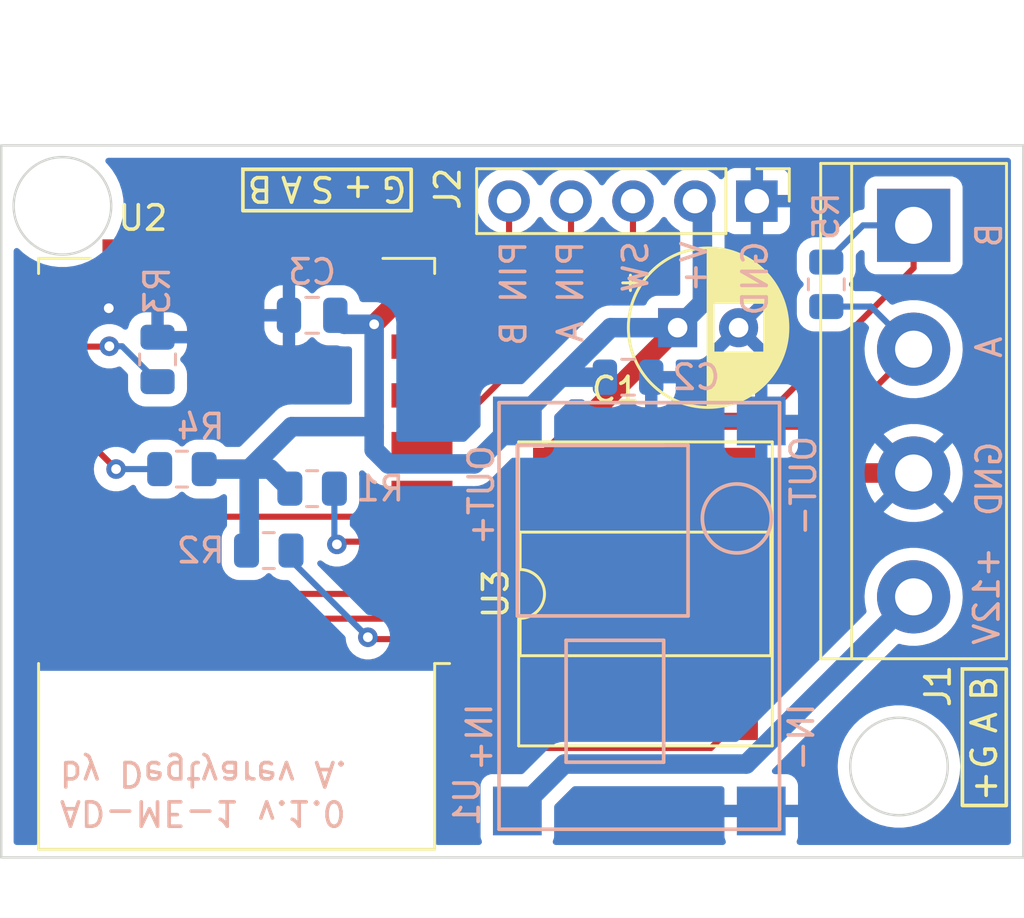
<source format=kicad_pcb>
(kicad_pcb (version 20211014) (generator pcbnew)
  (layers (0 "F.Cu" signal) (31 "B.Cu" signal) (34 "B.Paste" user) (35 "F.Paste" user) (36 "B.SilkS" user "B.Silkscreen") (37 "F.SilkS" user "F.Silkscreen") (38 "B.Mask" user) (39 "F.Mask" user) (44 "Edge.Cuts" user))
  (net 0 "")
  (net 1 "+3.3V")
  (net 2 "GND")
  (net 3 "+12V")
  (net 4 "/RS485_A")
  (net 5 "/RS485_B")
  (net 6 "/Encoder_SW")
  (net 7 "/Encoder_Pin_A")
  (net 8 "/Encoder_Pin_B")
  (net 18 "/ESP_FLOW_CONTROL")
  (net 20 "/ESP_RX")
  (net 21 "/ESP_TX")
  (net 22 "Net-(R1-Pad2)")
  (net 23 "Net-(R2-Pad2)")
  (net 24 "Net-(R3-Pad1)")
  (net 25 "Net-(R4-Pad2)")
  (footprint "Capacitor_THT:CP_Radial_D6.3mm_P2.50mm" (layer "F.Cu") (at 125.524 116.698)
    (fp_text reference "C1" (at -2.54 2.54) (layer "F.SilkS"))
    (fp_text value "470mF")
    (fp_line (start 2.371 -3.033) (end 2.371 -1.04) (layer "F.SilkS") (width 0.12))
    (fp_line (start 2.331 1.04) (end 2.331 3.047) (layer "F.SilkS") (width 0.12))
    (fp_line (start 2.411 1.04) (end 2.411 3.018) (layer "F.SilkS") (width 0.12))
    (fp_line (start 1.85 -3.175) (end 1.85 -1.04) (layer "F.SilkS") (width 0.12))
    (fp_line (start 2.691 -2.896) (end 2.691 -1.04) (layer "F.SilkS") (width 0.12))
    (fp_line (start 3.451 -2.38) (end 3.451 -1.04) (layer "F.SilkS") (width 0.12))
    (fp_line (start 1.93 -3.159) (end 1.93 -1.04) (layer "F.SilkS") (width 0.12))
    (fp_line (start 3.331 -2.484) (end 3.331 -1.04) (layer "F.SilkS") (width 0.12))
    (fp_line (start 2.531 1.04) (end 2.531 2.97) (layer "F.SilkS") (width 0.12))
    (fp_line (start 2.731 1.04) (end 2.731 2.876) (layer "F.SilkS") (width 0.12))
    (fp_line (start 2.611 1.04) (end 2.611 2.934) (layer "F.SilkS") (width 0.12))
    (fp_line (start 3.411 1.04) (end 3.411 2.416) (layer "F.SilkS") (width 0.12))
    (fp_line (start 3.091 1.04) (end 3.091 2.664) (layer "F.SilkS") (width 0.12))
    (fp_line (start 3.131 1.04) (end 3.131 2.636) (layer "F.SilkS") (width 0.12))
    (fp_line (start 3.691 -2.137) (end 3.691 2.137) (layer "F.SilkS") (width 0.12))
    (fp_line (start 1.57 1.04) (end 1.57 3.215) (layer "F.SilkS") (width 0.12))
    (fp_line (start 2.491 1.04) (end 2.491 2.986) (layer "F.SilkS") (width 0.12))
    (fp_line (start 3.091 -2.664) (end 3.091 -1.04) (layer "F.SilkS") (width 0.12))
    (fp_line (start 1.33 -3.23) (end 1.33 3.23) (layer "F.SilkS") (width 0.12))
    (fp_line (start -2.250241 -1.839) (end -1.620241 -1.839) (layer "F.SilkS") (width 0.12))
    (fp_line (start 2.891 1.04) (end 2.891 2.79) (layer "F.SilkS") (width 0.12))
    (fp_line (start 2.291 1.04) (end 2.291 3.061) (layer "F.SilkS") (width 0.12))
    (fp_line (start 2.771 -2.856) (end 2.771 -1.04) (layer "F.SilkS") (width 0.12))
    (fp_line (start 3.051 -2.69) (end 3.051 -1.04) (layer "F.SilkS") (width 0.12))
    (fp_line (start 2.571 1.04) (end 2.571 2.952) (layer "F.SilkS") (width 0.12))
    (fp_line (start 1.61 -3.211) (end 1.61 -1.04) (layer "F.SilkS") (width 0.12))
    (fp_line (start 1.77 -3.189) (end 1.77 -1.04) (layer "F.SilkS") (width 0.12))
    (fp_line (start 1.53 1.04) (end 1.53 3.218) (layer "F.SilkS") (width 0.12))
    (fp_line (start 4.091 -1.581) (end 4.091 1.581) (layer "F.SilkS") (width 0.12))
    (fp_line (start 2.011 -3.141) (end 2.011 -1.04) (layer "F.SilkS") (width 0.12))
    (fp_line (start 2.971 -2.742) (end 2.971 -1.04) (layer "F.SilkS") (width 0.12))
    (fp_line (start 2.211 -3.086) (end 2.211 -1.04) (layer "F.SilkS") (width 0.12))
    (fp_line (start 1.971 1.04) (end 1.971 3.15) (layer "F.SilkS") (width 0.12))
    (fp_line (start 2.971 1.04) (end 2.971 2.742) (layer "F.SilkS") (width 0.12))
    (fp_line (start 3.011 1.04) (end 3.011 2.716) (layer "F.SilkS") (width 0.12))
    (fp_line (start 2.131 1.04) (end 2.131 3.11) (layer "F.SilkS") (width 0.12))
    (fp_line (start 4.331 -1.059) (end 4.331 1.059) (layer "F.SilkS") (width 0.12))
    (fp_line (start 2.571 -2.952) (end 2.571 -1.04) (layer "F.SilkS") (width 0.12))
    (fp_line (start 3.171 1.04) (end 3.171 2.607) (layer "F.SilkS") (width 0.12))
    (fp_line (start 3.731 -2.092) (end 3.731 2.092) (layer "F.SilkS") (width 0.12))
    (fp_line (start 1.29 -3.23) (end 1.29 3.23) (layer "F.SilkS") (width 0.12))
    (fp_line (start 2.811 1.04) (end 2.811 2.834) (layer "F.SilkS") (width 0.12))
    (fp_line (start 2.011 1.04) (end 2.011 3.141) (layer "F.SilkS") (width 0.12))
    (fp_line (start 2.171 -3.098) (end 2.171 -1.04) (layer "F.SilkS") (width 0.12))
    (fp_line (start 2.451 -3.002) (end 2.451 -1.04) (layer "F.SilkS") (width 0.12))
    (fp_line (start 2.931 -2.766) (end 2.931 -1.04) (layer "F.SilkS") (width 0.12))
    (fp_line (start 3.371 1.04) (end 3.371 2.45) (layer "F.SilkS") (width 0.12))
    (fp_line (start 2.211 1.04) (end 2.211 3.086) (layer "F.SilkS") (width 0.12))
    (fp_line (start 3.371 -2.45) (end 3.371 -1.04) (layer "F.SilkS") (width 0.12))
    (fp_line (start 3.011 -2.716) (end 3.011 -1.04) (layer "F.SilkS") (width 0.12))
    (fp_line (start 3.051 1.04) (end 3.051 2.69) (layer "F.SilkS") (width 0.12))
    (fp_line (start 2.811 -2.834) (end 2.811 -1.04) (layer "F.SilkS") (width 0.12))
    (fp_line (start 1.73 -3.195) (end 1.73 -1.04) (layer "F.SilkS") (width 0.12))
    (fp_line (start 1.77 1.04) (end 1.77 3.189) (layer "F.SilkS") (width 0.12))
    (fp_line (start 1.61 1.04) (end 1.61 3.211) (layer "F.SilkS") (width 0.12))
    (fp_line (start 1.81 1.04) (end 1.81 3.182) (layer "F.SilkS") (width 0.12))
    (fp_line (start 4.131 -1.509) (end 4.131 1.509) (layer "F.SilkS") (width 0.12))
    (fp_line (start 3.451 1.04) (end 3.451 2.38) (layer "F.SilkS") (width 0.12))
    (fp_line (start 3.331 1.04) (end 3.331 2.484) (layer "F.SilkS") (width 0.12))
    (fp_line (start 3.611 -2.224) (end 3.611 2.224) (layer "F.SilkS") (width 0.12))
    (fp_line (start 3.171 -2.607) (end 3.171 -1.04) (layer "F.SilkS") (width 0.12))
    (fp_line (start 1.65 1.04) (end 1.65 3.206) (layer "F.SilkS") (width 0.12))
    (fp_line (start 4.171 -1.432) (end 4.171 1.432) (layer "F.SilkS") (width 0.12))
    (fp_line (start 3.251 1.04) (end 3.251 2.548) (layer "F.SilkS") (width 0.12))
    (fp_line (start 3.291 -2.516) (end 3.291 -1.04) (layer "F.SilkS") (width 0.12))
    (fp_line (start 1.89 -3.167) (end 1.89 -1.04) (layer "F.SilkS") (width 0.12))
    (fp_line (start 4.451 -0.633) (end 4.451 0.633) (layer "F.SilkS") (width 0.12))
    (fp_line (start 3.411 -2.416) (end 3.411 -1.04) (layer "F.SilkS") (width 0.12))
    (fp_line (start 3.291 1.04) (end 3.291 2.516) (layer "F.SilkS") (width 0.12))
    (fp_line (start 1.57 -3.215) (end 1.57 -1.04) (layer "F.SilkS") (width 0.12))
    (fp_line (start 2.491 -2.986) (end 2.491 -1.04) (layer "F.SilkS") (width 0.12))
    (fp_line (start -1.935241 -2.154) (end -1.935241 -1.524) (layer "F.SilkS") (width 0.12))
    (fp_line (start 3.971 -1.776) (end 3.971 1.776) (layer "F.SilkS") (width 0.12))
    (fp_line (start 4.211 -1.35) (end 4.211 1.35) (layer "F.SilkS") (width 0.12))
    (fp_line (start 3.211 1.04) (end 3.211 2.578) (layer "F.SilkS") (width 0.12))
    (fp_line (start 1.73 1.04) (end 1.73 3.195) (layer "F.SilkS") (width 0.12))
    (fp_line (start 2.411 -3.018) (end 2.411 -1.04) (layer "F.SilkS") (width 0.12))
    (fp_line (start 1.93 1.04) (end 1.93 3.159) (layer "F.SilkS") (width 0.12))
    (fp_line (start 2.851 1.04) (end 2.851 2.812) (layer "F.SilkS") (width 0.12))
    (fp_line (start 3.491 1.04) (end 3.491 2.343) (layer "F.SilkS") (width 0.12))
    (fp_line (start 2.051 -3.131) (end 2.051 -1.04) (layer "F.SilkS") (width 0.12))
    (fp_line (start 3.571 -2.265) (end 3.571 2.265) (layer "F.SilkS") (width 0.12))
    (fp_line (start 4.291 -1.165) (end 4.291 1.165) (layer "F.SilkS") (width 0.12))
    (fp_line (start 3.891 -1.89) (end 3.891 1.89) (layer "F.SilkS") (width 0.12))
    (fp_line (start 1.45 -3.224) (end 1.45 3.224) (layer "F.SilkS") (width 0.12))
    (fp_line (start 3.251 -2.548) (end 3.251 -1.04) (layer "F.SilkS") (width 0.12))
    (fp_line (start 1.65 -3.206) (end 1.65 -1.04) (layer "F.SilkS") (width 0.12))
    (fp_line (start 1.69 1.04) (end 1.69 3.201) (layer "F.SilkS") (width 0.12))
    (fp_line (start 2.131 -3.11) (end 2.131 -1.04) (layer "F.SilkS") (width 0.12))
    (fp_line (start 3.211 -2.578) (end 3.211 -1.04) (layer "F.SilkS") (width 0.12))
    (fp_line (start 2.091 -3.121) (end 2.091 -1.04) (layer "F.SilkS") (width 0.12))
    (fp_line (start 1.85 1.04) (end 1.85 3.175) (layer "F.SilkS") (width 0.12))
    (fp_line (start 2.731 -2.876) (end 2.731 -1.04) (layer "F.SilkS") (width 0.12))
    (fp_line (start 3.531 1.04) (end 3.531 2.305) (layer "F.SilkS") (width 0.12))
    (fp_line (start 3.651 -2.182) (end 3.651 2.182) (layer "F.SilkS") (width 0.12))
    (fp_line (start 2.771 1.04) (end 2.771 2.856) (layer "F.SilkS") (width 0.12))
    (fp_line (start 1.49 1.04) (end 1.49 3.222) (layer "F.SilkS") (width 0.12))
    (fp_line (start 3.131 -2.636) (end 3.131 -1.04) (layer "F.SilkS") (width 0.12))
    (fp_line (start 3.491 -2.343) (end 3.491 -1.04) (layer "F.SilkS") (width 0.12))
    (fp_line (start 3.771 -2.044) (end 3.771 2.044) (layer "F.SilkS") (width 0.12))
    (fp_line (start 2.251 1.04) (end 2.251 3.074) (layer "F.SilkS") (width 0.12))
    (fp_line (start 2.691 1.04) (end 2.691 2.896) (layer "F.SilkS") (width 0.12))
    (fp_line (start 2.331 -3.047) (end 2.331 -1.04) (layer "F.SilkS") (width 0.12))
    (fp_line (start 2.451 1.04) (end 2.451 3.002) (layer "F.SilkS") (width 0.12))
    (fp_line (start 1.69 -3.201) (end 1.69 -1.04) (layer "F.SilkS") (width 0.12))
    (fp_line (start 1.41 -3.227) (end 1.41 3.227) (layer "F.SilkS") (width 0.12))
    (fp_line (start 1.971 -3.15) (end 1.971 -1.04) (layer "F.SilkS") (width 0.12))
    (fp_line (start 2.251 -3.074) (end 2.251 -1.04) (layer "F.SilkS") (width 0.12))
    (fp_line (start 3.931 -1.834) (end 3.931 1.834) (layer "F.SilkS") (width 0.12))
    (fp_line (start 1.89 1.04) (end 1.89 3.167) (layer "F.SilkS") (width 0.12))
    (fp_line (start 4.251 -1.262) (end 4.251 1.262) (layer "F.SilkS") (width 0.12))
    (fp_line (start 3.811 -1.995) (end 3.811 1.995) (layer "F.SilkS") (width 0.12))
    (fp_line (start 4.371 -0.94) (end 4.371 0.94) (layer "F.SilkS") (width 0.12))
    (fp_line (start 1.53 -3.218) (end 1.53 -1.04) (layer "F.SilkS") (width 0.12))
    (fp_line (start 1.49 -3.222) (end 1.49 -1.04) (layer "F.SilkS") (width 0.12))
    (fp_line (start 1.25 -3.23) (end 1.25 3.23) (layer "F.SilkS") (width 0.12))
    (fp_line (start 4.491 -0.402) (end 4.491 0.402) (layer "F.SilkS") (width 0.12))
    (fp_line (start 3.531 -2.305) (end 3.531 -1.04) (layer "F.SilkS") (width 0.12))
    (fp_line (start 2.371 1.04) (end 2.371 3.033) (layer "F.SilkS") (width 0.12))
    (fp_line (start 2.651 -2.916) (end 2.651 -1.04) (layer "F.SilkS") (width 0.12))
    (fp_line (start 2.531 -2.97) (end 2.531 -1.04) (layer "F.SilkS") (width 0.12))
    (fp_line (start 1.37 -3.228) (end 1.37 3.228) (layer "F.SilkS") (width 0.12))
    (fp_line (start 2.931 1.04) (end 2.931 2.766) (layer "F.SilkS") (width 0.12))
    (fp_line (start 2.051 1.04) (end 2.051 3.131) (layer "F.SilkS") (width 0.12))
    (fp_line (start 2.091 1.04) (end 2.091 3.121) (layer "F.SilkS") (width 0.12))
    (fp_line (start 4.011 -1.714) (end 4.011 1.714) (layer "F.SilkS") (width 0.12))
    (fp_line (start 4.051 -1.65) (end 4.051 1.65) (layer "F.SilkS") (width 0.12))
    (fp_line (start 2.651 1.04) (end 2.651 2.916) (layer "F.SilkS") (width 0.12))
    (fp_line (start 2.171 1.04) (end 2.171 3.098) (layer "F.SilkS") (width 0.12))
    (fp_line (start 1.81 -3.182) (end 1.81 -1.04) (layer "F.SilkS") (width 0.12))
    (fp_line (start 2.891 -2.79) (end 2.891 -1.04) (layer "F.SilkS") (width 0.12))
    (fp_line (start 2.291 -3.061) (end 2.291 -1.04) (layer "F.SilkS") (width 0.12))
    (fp_line (start 4.411 -0.802) (end 4.411 0.802) (layer "F.SilkS") (width 0.12))
    (fp_line (start 2.851 -2.812) (end 2.851 -1.04) (layer "F.SilkS") (width 0.12))
    (fp_line (start 2.611 -2.934) (end 2.611 -1.04) (layer "F.SilkS") (width 0.12))
    (fp_line (start 3.851 -1.944) (end 3.851 1.944) (layer "F.SilkS") (width 0.12))
    (fp_circle (center 1.25 0) (end 4.52 0) (layer "F.SilkS") (width 0.12) (fill none))
    (pad "1" thru_hole rect (at 0 0) (size 1.6 1.6) (drill 0.8) (layers *.Cu *.Mask) (net 1 "+3.3V"))
    (pad "2" thru_hole circle (at 2.5 0) (size 1.6 1.6) (drill 0.8) (layers *.Cu *.Mask) (net 2 "GND"))
  )
  (footprint "RF_Module:ESP-12E" (layer "F.Cu") (at 107.442 125.976 180)
    (fp_text reference "U2" (at 3.842 13.776 180) (layer "F.SilkS"))
    (fp_text value "ESP-12E")
    (fp_line (start 8.12 11.5) (end 8.12 12.12) (layer "F.SilkS") (width 0.12))
    (fp_line (start -8.12 -4.5) (end -8.73 -4.5) (layer "F.SilkS") (width 0.12))
    (fp_line (start -8.12 -12.12) (end 8.12 -12.12) (layer "F.SilkS") (width 0.12))
    (fp_line (start -8.12 12.12) (end -8.12 11.5) (layer "F.SilkS") (width 0.12))
    (fp_line (start 8.12 -12.12) (end 8.12 -4.5) (layer "F.SilkS") (width 0.12))
    (fp_line (start -8.12 -4.5) (end -8.12 -12.12) (layer "F.SilkS") (width 0.12))
    (fp_line (start 8.12 12.12) (end 6 12.12) (layer "F.SilkS") (width 0.12))
    (fp_line (start -6 12.12) (end -8.12 12.12) (layer "F.SilkS") (width 0.12))
    (pad "1" smd rect (at -7.6 -3.5 180) (size 2.5 1) (layers "F.Cu" "F.Paste" "F.Mask") (net 23 "Net-(R2-Pad2)"))
    (pad "2" smd rect (at -7.6 -1.5 180) (size 2.5 1) (layers "F.Cu" "F.Paste" "F.Mask"))
    (pad "3" smd rect (at -7.6 0.5 180) (size 2.5 1) (layers "F.Cu" "F.Paste" "F.Mask") (net 22 "Net-(R1-Pad2)"))
    (pad "4" smd rect (at -7.6 2.5 180) (size 2.5 1) (layers "F.Cu" "F.Paste" "F.Mask"))
    (pad "5" smd rect (at -7.6 4.5 180) (size 2.5 1) (layers "F.Cu" "F.Paste" "F.Mask") (net 6 "/Encoder_SW"))
    (pad "6" smd rect (at -7.6 6.5 180) (size 2.5 1) (layers "F.Cu" "F.Paste" "F.Mask") (net 7 "/Encoder_Pin_A"))
    (pad "7" smd rect (at -7.6 8.5 180) (size 2.5 1) (layers "F.Cu" "F.Paste" "F.Mask") (net 8 "/Encoder_Pin_B"))
    (pad "8" smd rect (at -7.6 10.5 180) (size 2.5 1) (layers "F.Cu" "F.Paste" "F.Mask") (net 1 "+3.3V"))
    (pad "9" smd rect (at -5 12 180) (size 1 1.8) (layers "F.Cu" "F.Paste" "F.Mask"))
    (pad "10" smd rect (at -3 12 180) (size 1 1.8) (layers "F.Cu" "F.Paste" "F.Mask"))
    (pad "11" smd rect (at -1 12 180) (size 1 1.8) (layers "F.Cu" "F.Paste" "F.Mask"))
    (pad "12" smd rect (at 1 12 180) (size 1 1.8) (layers "F.Cu" "F.Paste" "F.Mask"))
    (pad "13" smd rect (at 3 12 180) (size 1 1.8) (layers "F.Cu" "F.Paste" "F.Mask"))
    (pad "14" smd rect (at 5 12 180) (size 1 1.8) (layers "F.Cu" "F.Paste" "F.Mask"))
    (pad "15" smd rect (at 7.6 10.5 180) (size 2.5 1) (layers "F.Cu" "F.Paste" "F.Mask") (net 2 "GND"))
    (pad "16" smd rect (at 7.6 8.5 180) (size 2.5 1) (layers "F.Cu" "F.Paste" "F.Mask") (net 24 "Net-(R3-Pad1)"))
    (pad "17" smd rect (at 7.6 6.5 180) (size 2.5 1) (layers "F.Cu" "F.Paste" "F.Mask"))
    (pad "18" smd rect (at 7.6 4.5 180) (size 2.5 1) (layers "F.Cu" "F.Paste" "F.Mask") (net 25 "Net-(R4-Pad2)"))
    (pad "19" smd rect (at 7.6 2.5 180) (size 2.5 1) (layers "F.Cu" "F.Paste" "F.Mask") (net 18 "/ESP_FLOW_CONTROL"))
    (pad "20" smd rect (at 7.6 0.5 180) (size 2.5 1) (layers "F.Cu" "F.Paste" "F.Mask"))
    (pad "21" smd rect (at 7.6 -1.5 180) (size 2.5 1) (layers "F.Cu" "F.Paste" "F.Mask") (net 20 "/ESP_RX"))
    (pad "22" smd rect (at 7.6 -3.5 180) (size 2.5 1) (layers "F.Cu" "F.Paste" "F.Mask") (net 21 "/ESP_TX"))
    (zone (net 0) (net_name "") (layers *.Cu) (connect_pads (clearance 0)) (min_thickness 0.254)
      (keepout (tracks not_allowed) (vias not_allowed) (pads not_allowed) (copperpour not_allowed) (footprints not_allowed))
      (fill (thermal_gap 0.508) (thermal_bridge_width 0.508))
      (polygon (pts (xy 115.562 130.776) (xy 99.322 130.776) (xy 99.322 138.096) (xy 115.562 138.096)))
    )
  )
  (footprint "Package_DIP:DIP-8_W8.89mm_SMDSocket_LongPads" (layer "F.Cu") (at 124.206 127.62 90)
    (fp_text reference "U3" (at 0 -6.14 90) (layer "F.SilkS"))
    (fp_text value "MAX485E")
    (fp_line (start 6.235 5.2) (end 6.235 -5.2) (layer "F.SilkS") (width 0.12))
    (fp_line (start -2.535 -5.14) (end -2.535 5.14) (layer "F.SilkS") (width 0.12))
    (fp_line (start 2.535 5.14) (end 2.535 -5.14) (layer "F.SilkS") (width 0.12))
    (fp_line (start 6.235 -5.2) (end -6.235 -5.2) (layer "F.SilkS") (width 0.12))
    (fp_line (start -2.535 5.14) (end 2.535 5.14) (layer "F.SilkS") (width 0.12))
    (fp_line (start -6.235 -5.2) (end -6.235 5.2) (layer "F.SilkS") (width 0.12))
    (fp_line (start -6.235 5.2) (end 6.235 5.2) (layer "F.SilkS") (width 0.12))
    (fp_line (start 2.535 -5.14) (end 1 -5.14) (layer "F.SilkS") (width 0.12))
    (fp_line (start -1 -5.14) (end -2.535 -5.14) (layer "F.SilkS") (width 0.12))
    (fp_arc (start 1 -5.14) (mid 0 -4.14) (end -1 -5.14) (layer "F.SilkS") (width 0.12))
    (pad "1" smd rect (at -4.445 -3.81 90) (size 3.1 1.6) (layers "F.Cu" "F.Paste" "F.Mask") (net 20 "/ESP_RX"))
    (pad "2" smd rect (at -4.445 -1.27 90) (size 3.1 1.6) (layers "F.Cu" "F.Paste" "F.Mask") (net 18 "/ESP_FLOW_CONTROL"))
    (pad "3" smd rect (at -4.445 1.27 90) (size 3.1 1.6) (layers "F.Cu" "F.Paste" "F.Mask") (net 18 "/ESP_FLOW_CONTROL"))
    (pad "4" smd rect (at -4.445 3.81 90) (size 3.1 1.6) (layers "F.Cu" "F.Paste" "F.Mask") (net 21 "/ESP_TX"))
    (pad "5" smd rect (at 4.445 3.81 90) (size 3.1 1.6) (layers "F.Cu" "F.Paste" "F.Mask") (net 2 "GND"))
    (pad "6" smd rect (at 4.445 1.27 90) (size 3.1 1.6) (layers "F.Cu" "F.Paste" "F.Mask") (net 4 "/RS485_A"))
    (pad "7" smd rect (at 4.445 -1.27 90) (size 3.1 1.6) (layers "F.Cu" "F.Paste" "F.Mask") (net 5 "/RS485_B"))
    (pad "8" smd rect (at 4.445 -3.81 90) (size 3.1 1.6) (layers "F.Cu" "F.Paste" "F.Mask") (net 1 "+3.3V"))
  )
  (footprint "Connector_PinHeader_2.54mm:PinHeader_1x05_P2.54mm_Vertical" (layer "F.Cu") (at 128.773 111.506 -90)
    (fp_text reference "J2" (at -0.506 12.673 -90) (layer "F.SilkS"))
    (fp_text value "Encoder")
    (fp_line (start -1.33 1.27) (end -1.33 11.49) (layer "F.SilkS") (width 0.12))
    (fp_line (start -1.33 -1.33) (end 0 -1.33) (layer "F.SilkS") (width 0.12))
    (fp_line (start -1.33 0) (end -1.33 -1.33) (layer "F.SilkS") (width 0.12))
    (fp_line (start -1.33 11.49) (end 1.33 11.49) (layer "F.SilkS") (width 0.12))
    (fp_line (start -1.33 1.27) (end 1.33 1.27) (layer "F.SilkS") (width 0.12))
    (fp_line (start 1.33 1.27) (end 1.33 11.49) (layer "F.SilkS") (width 0.12))
    (pad "1" thru_hole rect (at 0 0 270) (size 1.7 1.7) (drill 1) (layers *.Cu *.Mask) (net 2 "GND"))
    (pad "2" thru_hole oval (at 0 2.54 270) (size 1.7 1.7) (drill 1) (layers *.Cu *.Mask) (net 1 "+3.3V"))
    (pad "3" thru_hole oval (at 0 5.08 270) (size 1.7 1.7) (drill 1) (layers *.Cu *.Mask) (net 6 "/Encoder_SW"))
    (pad "4" thru_hole oval (at 0 7.62 270) (size 1.7 1.7) (drill 1) (layers *.Cu *.Mask) (net 7 "/Encoder_Pin_A"))
    (pad "5" thru_hole oval (at 0 10.16 270) (size 1.7 1.7) (drill 1) (layers *.Cu *.Mask) (net 8 "/Encoder_Pin_B"))
  )
  (footprint "TerminalBlock:TerminalBlock_bornier-4_P5.08mm" (layer "F.Cu") (at 135.2 112.5 -90)
    (fp_text reference "J1" (at 18.9 -1 90) (layer "F.SilkS"))
    (fp_text value "RS-485")
    (fp_line (start 17.78 2.54) (end -2.54 2.54) (layer "F.SilkS") (width 0.12))
    (fp_line (start -2.54 -3.81) (end 17.78 -3.81) (layer "F.SilkS") (width 0.12))
    (fp_line (start -2.54 -3.81) (end -2.54 3.81) (layer "F.SilkS") (width 0.12))
    (fp_line (start -2.54 3.81) (end 17.78 3.81) (layer "F.SilkS") (width 0.12))
    (fp_line (start 17.78 3.81) (end 17.78 -3.81) (layer "F.SilkS") (width 0.12))
    (pad "1" thru_hole rect (at 0 0 270) (size 3 3) (drill 1.52) (layers *.Cu *.Mask) (net 5 "/RS485_B"))
    (pad "2" thru_hole circle (at 5.08 0 270) (size 3 3) (drill 1.52) (layers *.Cu *.Mask) (net 4 "/RS485_A"))
    (pad "3" thru_hole circle (at 10.16 0 270) (size 3 3) (drill 1.52) (layers *.Cu *.Mask) (net 2 "GND"))
    (pad "4" thru_hole circle (at 15.24 0 270) (size 3 3) (drill 1.52) (layers *.Cu *.Mask) (net 3 "+12V"))
  )
  (footprint "Resistor_SMD:R_0805_2012Metric" (layer "B.Cu") (at 131.62 114.92 -90)
    (fp_text reference "R5" (at -2.794 0 90) (layer "B.SilkS") (effects (justify mirror)))
    (fp_text value "120")
    (fp_line (start -0.227064 -0.735) (end 0.227064 -0.735) (layer "B.SilkS") (width 0.12))
    (fp_line (start -0.227064 0.735) (end 0.227064 0.735) (layer "B.SilkS") (width 0.12))
    (pad "1" smd roundrect (at -0.9125 0 270) (size 1.025 1.4) (layers "B.Cu" "B.Paste" "B.Mask") (roundrect_rratio 0.243902439) (net 5 "/RS485_B"))
    (pad "2" smd roundrect (at 0.9125 0 270) (size 1.025 1.4) (layers "B.Cu" "B.Paste" "B.Mask") (roundrect_rratio 0.243902439) (net 4 "/RS485_A"))
  )
  (footprint "Resistor_SMD:R_0805_2012Metric" (layer "B.Cu") (at 110.538 123.302)
    (fp_text reference "R1" (at 2.794 0) (layer "B.SilkS") (effects (justify mirror)))
    (fp_text value "10k")
    (fp_line (start -0.227064 -0.735) (end 0.227064 -0.735) (layer "B.SilkS") (width 0.12))
    (fp_line (start -0.227064 0.735) (end 0.227064 0.735) (layer "B.SilkS") (width 0.12))
    (pad "1" smd roundrect (at -0.9125 0) (size 1.025 1.4) (layers "B.Cu" "B.Paste" "B.Mask") (roundrect_rratio 0.243902439) (net 1 "+3.3V"))
    (pad "2" smd roundrect (at 0.9125 0) (size 1.025 1.4) (layers "B.Cu" "B.Paste" "B.Mask") (roundrect_rratio 0.243902439) (net 22 "Net-(R1-Pad2)"))
  )
  (footprint "Users:Mini-360_DCDC_LM2596_module" (layer "B.Cu") (at 123.952 128.524 -90)
    (fp_text reference "U1" (at 7.62 7.064 90) (layer "B.SilkS") (effects (justify mirror)))
    (fp_text value "Mini-360_DCDC_LM2596_module")
    (fp_text user "OUT-" (at -5.334 -6.731 90) (layer "B.SilkS") (effects (justify mirror)))
    (fp_text user "OUT+" (at -4.953 6.477 90) (layer "B.SilkS") (effects (justify mirror)))
    (fp_text user "IN-" (at 4.976 -6.648 90) (layer "B.SilkS") (effects (justify mirror)))
    (fp_text user "IN+" (at 4.976 6.552 90) (layer "B.SilkS") (effects (justify mirror)))
    (fp_line (start -7 -2) (end 0 -2) (layer "B.SilkS") (width 0.15))
    (fp_line (start 6 3) (end 1 3) (layer "B.SilkS") (width 0.15))
    (fp_line (start -8.75 5.75) (end 8.75 5.75) (layer "B.SilkS") (width 0.15))
    (fp_line (start 1 3) (end 1 -1) (layer "B.SilkS") (width 0.15))
    (fp_line (start 8.75 -5.75) (end -8.75 -5.75) (layer "B.SilkS") (width 0.15))
    (fp_line (start 8.75 5.75) (end 8.75 -5.75) (layer "B.SilkS") (width 0.15))
    (fp_line (start -7 5) (end -7 -1) (layer "B.SilkS") (width 0.15))
    (fp_line (start 1 -1) (end 6 -1) (layer "B.SilkS") (width 0.15))
    (fp_line (start 0 5) (end -7 5) (layer "B.SilkS") (width 0.15))
    (fp_line (start -1 5) (end -7 5) (layer "B.SilkS") (width 0.15))
    (fp_line (start 0 -2) (end 0 5) (layer "B.SilkS") (width 0.15))
    (fp_line (start -7 5) (end -7 -2) (layer "B.SilkS") (width 0.15))
    (fp_line (start 6 -1) (end 6 3) (layer "B.SilkS") (width 0.15))
    (fp_line (start -8.75 -5.75) (end -8.75 5.75) (layer "B.SilkS") (width 0.15))
    (fp_circle (center -4 -4) (end -3 -5) (layer "B.SilkS") (width 0.15) (fill none))
    (pad "1" smd rect locked (at 8 5 270) (size 2 2) (layers "B.Cu" "B.Paste" "B.Mask") (net 3 "+12V"))
    (pad "2" smd rect locked (at 8 -5 270) (size 2 2) (layers "B.Cu" "B.Paste" "B.Mask") (net 2 "GND"))
    (pad "3" smd rect locked (at -8 -5 270) (size 2 2) (layers "B.Cu" "B.Paste" "B.Mask") (net 2 "GND"))
    (pad "4" smd rect locked (at -8 5 270) (size 2 2) (layers "B.Cu" "B.Paste" "B.Mask") (net 1 "+3.3V"))
  )
  (footprint "Resistor_SMD:R_0805_2012Metric" (layer "B.Cu") (at 104.2 118 90)
    (fp_text reference "R3" (at 2.826 -0.012 90) (layer "B.SilkS") (effects (justify mirror)))
    (fp_text value "10k")
    (fp_line (start -0.227064 -0.735) (end 0.227064 -0.735) (layer "B.SilkS") (width 0.12))
    (fp_line (start -0.227064 0.735) (end 0.227064 0.735) (layer "B.SilkS") (width 0.12))
    (pad "1" smd roundrect (at -0.9125 0 90) (size 1.025 1.4) (layers "B.Cu" "B.Paste" "B.Mask") (roundrect_rratio 0.243902439) (net 24 "Net-(R3-Pad1)"))
    (pad "2" smd roundrect (at 0.9125 0 90) (size 1.025 1.4) (layers "B.Cu" "B.Paste" "B.Mask") (roundrect_rratio 0.243902439) (net 2 "GND"))
  )
  (footprint "Capacitor_SMD:C_0805_2012Metric" (layer "B.Cu") (at 123.492 118.73)
    (fp_text reference "C2" (at 2.794 0) (layer "B.SilkS") (effects (justify mirror)))
    (fp_text value "10uF")
    (fp_line (start -0.261252 -0.735) (end 0.261252 -0.735) (layer "B.SilkS") (width 0.12))
    (fp_line (start -0.261252 0.735) (end 0.261252 0.735) (layer "B.SilkS") (width 0.12))
    (pad "1" smd roundrect (at -0.95 0) (size 1 1.45) (layers "B.Cu" "B.Paste" "B.Mask") (net 1 "+3.3V"))
    (pad "2" smd roundrect (at 0.95 0) (size 1 1.45) (layers "B.Cu" "B.Paste" "B.Mask") (net 2 "GND"))
  )
  (footprint "Capacitor_SMD:C_0805_2012Metric" (layer "B.Cu") (at 110.538 116.19)
    (fp_text reference "C3" (at 0 -1.778) (layer "B.SilkS") (effects (justify mirror)))
    (fp_text value "100nF")
    (fp_line (start -0.261252 -0.735) (end 0.261252 -0.735) (layer "B.SilkS") (width 0.12))
    (fp_line (start -0.261252 0.735) (end 0.261252 0.735) (layer "B.SilkS") (width 0.12))
    (pad "1" smd roundrect (at -0.95 0) (size 1 1.45) (layers "B.Cu" "B.Paste" "B.Mask") (net 2 "GND"))
    (pad "2" smd roundrect (at 0.95 0) (size 1 1.45) (layers "B.Cu" "B.Paste" "B.Mask") (net 1 "+3.3V"))
  )
  (footprint "Resistor_SMD:R_0805_2012Metric" (layer "B.Cu") (at 105.2 122.5 180)
    (fp_text reference "R4" (at -0.766 1.738) (layer "B.SilkS") (effects (justify mirror)))
    (fp_text value "10k")
    (fp_line (start -0.227064 0.735) (end 0.227064 0.735) (layer "B.SilkS") (width 0.12))
    (fp_line (start -0.227064 -0.735) (end 0.227064 -0.735) (layer "B.SilkS") (width 0.12))
    (pad "1" smd roundrect (at -0.9125 0 180) (size 1.025 1.4) (layers "B.Cu" "B.Paste" "B.Mask") (roundrect_rratio 0.243902439) (net 1 "+3.3V"))
    (pad "2" smd roundrect (at 0.9125 0 180) (size 1.025 1.4) (layers "B.Cu" "B.Paste" "B.Mask") (roundrect_rratio 0.243902439) (net 25 "Net-(R4-Pad2)"))
  )
  (footprint "Resistor_SMD:R_0805_2012Metric" (layer "B.Cu") (at 108.76 125.842)
    (fp_text reference "R2" (at -2.794 0) (layer "B.SilkS") (effects (justify mirror)))
    (fp_text value "10k")
    (fp_line (start -0.227064 0.735) (end 0.227064 0.735) (layer "B.SilkS") (width 0.12))
    (fp_line (start -0.227064 -0.735) (end 0.227064 -0.735) (layer "B.SilkS") (width 0.12))
    (pad "1" smd roundrect (at -0.9125 0) (size 1.025 1.4) (layers "B.Cu" "B.Paste" "B.Mask") (roundrect_rratio 0.243902439) (net 1 "+3.3V"))
    (pad "2" smd roundrect (at 0.9125 0) (size 1.025 1.4) (layers "B.Cu" "B.Paste" "B.Mask") (roundrect_rratio 0.243902439) (net 23 "Net-(R2-Pad2)"))
  )
  (gr_rect (start 137.2 130.7) (end 139 136.3) (layer "F.SilkS") (width 0.15) (fill none))
  (gr_rect (start 107.7 110.2) (end 114.6 111.9) (layer "F.SilkS") (width 0.15) (fill none))
  (gr_circle (center 100.3 111.7) (end 102.3 111.7) (layer "Edge.Cuts") (width 0.1) (fill none))
  (gr_rect (start 97.79 109.22) (end 139.7 138.43) (layer "Edge.Cuts") (width 0.1) (fill none))
  (gr_circle (center 134.6 134.7) (end 136.6 134.7) (layer "Edge.Cuts") (width 0.1) (fill none))
  (gr_text "GND" (at 138.3 122.9 90) (layer "B.SilkS") (effects (font (size 1 1)) (justify mirror)))
  (gr_text "A" (at 138.3 117.5 90) (layer "B.SilkS") (effects (font (size 1 1)) (justify mirror)))
  (gr_text "AD-ME-1 v.1.0\nby Degtyarev A." (at 100.1 135.8 180) (layer "B.SilkS") (effects (font (size 1 1)) (justify left mirror)))
  (gr_text "SW" (at 123.8 114.2 90) (layer "B.SilkS") (effects (font (size 1 1)) (justify mirror)))
  (gr_text "V+" (at 126.2 114.2 90) (layer "B.SilkS") (effects (font (size 1 1)) (justify mirror)))
  (gr_text "B" (at 138.3 112.9 90) (layer "B.SilkS") (effects (font (size 1 1)) (justify mirror)))
  (gr_text "PIN B" (at 118.8 115.295238 90) (layer "B.SilkS") (effects (font (size 1 1)) (justify mirror)))
  (gr_text "+12V" (at 138.2 127.7 90) (layer "B.SilkS") (effects (font (size 1 1)) (justify mirror)))
  (gr_text "GND" (at 128.7 114.676191 90) (layer "B.SilkS") (effects (font (size 1 1)) (justify mirror)))
  (gr_text "PIN A" (at 121.133518 115.22381 90) (layer "B.SilkS") (effects (font (size 1 1)) (justify mirror)))
  (gr_text "A" (at 109.691667 111 180) (layer "F.SilkS") (effects (font (size 1 1))))
  (gr_text "B" (at 138.1 131.5 90) (layer "F.SilkS") (effects (font (size 1 1))))
  (gr_text "G" (at 113.9 111 180) (layer "F.SilkS") (effects (font (size 1 1))))
  (gr_text "+" (at 112.417857 111 180) (layer "F.SilkS") (effects (font (size 1 1))))
  (gr_text "B" (at 108.4 111 180) (layer "F.SilkS") (effects (font (size 1 1))))
  (gr_text "S" (at 110.959524 111 180) (layer "F.SilkS") (effects (font (size 1 1))))
  (gr_text "A" (at 138.1 132.9 90) (layer "F.SilkS") (effects (font (size 1 1))))
  (gr_text "+" (at 138.1 135.5 90) (layer "F.SilkS") (effects (font (size 1 1))))
  (gr_text "G" (at 138.1 134.3 90) (layer "F.SilkS") (effects (font (size 1 1))))
  (segment (start 125.524 116.698) (end 120.396 121.826) (width 0.8) (layer "F.Cu") (net 1))
  (segment (start 115.042 115.476) (end 114.164 115.476) (width 0.8) (layer "F.Cu") (net 1))
  (segment (start 114.164 115.476) (end 113.081459 116.558541) (width 0.8) (layer "F.Cu") (net 1))
  (segment (start 120.396 121.826) (end 120.396 123.175) (width 0.8) (layer "F.Cu") (net 1))
  (via (at 113.081459 116.558541) (size 0.8) (drill 0.4) (layers "F.Cu" "B.Cu") (net 1))
  (segment (start 108.8235 122.5) (end 109.6255 123.302) (width 0.8) (layer "B.Cu") (net 1))
  (segment (start 107.958 122.5) (end 108.8235 122.5) (width 0.8) (layer "B.Cu") (net 1))
  (segment (start 126.54 115.682) (end 126.54 111.813) (width 0.8) (layer "B.Cu") (net 1))
  (segment (start 109.699459 120.758541) (end 113.081459 120.758541) (width 0.8) (layer "B.Cu") (net 1))
  (segment (start 120.722 118.754) (end 122.778 116.698) (width 0.8) (layer "B.Cu") (net 1))
  (segment (start 111.856541 116.558541) (end 111.488 116.19) (width 0.8) (layer "B.Cu") (net 1))
  (segment (start 113.081459 116.558541) (end 111.856541 116.558541) (width 0.8) (layer "B.Cu") (net 1))
  (segment (start 106.1125 122.5) (end 107.958 122.5) (width 0.8) (layer "B.Cu") (net 1))
  (segment (start 117.19 122.286) (end 118.952 120.524) (width 0.8) (layer "B.Cu") (net 1))
  (segment (start 107.958 122.5) (end 107.958 125.7315) (width 0.8) (layer "B.Cu") (net 1))
  (segment (start 107.958 122.5) (end 109.699459 120.758541) (width 0.8) (layer "B.Cu") (net 1))
  (segment (start 113.658918 122.286) (end 113.081459 121.708541) (width 0.8) (layer "B.Cu") (net 1))
  (segment (start 125.524 116.698) (end 126.54 115.682) (width 0.8) (layer "B.Cu") (net 1))
  (segment (start 117.19 122.286) (end 113.658918 122.286) (width 0.8) (layer "B.Cu") (net 1))
  (segment (start 122.778 116.698) (end 125.524 116.698) (width 0.8) (layer "B.Cu") (net 1))
  (segment (start 113.081459 120.758541) (end 113.081459 121.708541) (width 0.8) (layer "B.Cu") (net 1))
  (segment (start 126.54 111.813) (end 126.233 111.506) (width 0.8) (layer "B.Cu") (net 1))
  (segment (start 107.958 125.7315) (end 107.8475 125.842) (width 0.8) (layer "B.Cu") (net 1))
  (segment (start 120.746 118.73) (end 118.952 120.524) (width 0.8) (layer "B.Cu") (net 1))
  (segment (start 120.746 118.73) (end 120.722 118.754) (width 0.8) (layer "B.Cu") (net 1))
  (segment (start 113.081459 120.758541) (end 113.081459 116.558541) (width 0.8) (layer "B.Cu") (net 1))
  (segment (start 122.542 118.73) (end 120.746 118.73) (width 0.8) (layer "B.Cu") (net 1))
  (segment (start 99.842 115.476) (end 101.776 115.476) (width 0.8) (layer "F.Cu") (net 2))
  (segment (start 101.776 115.476) (end 102.2 115.9) (width 0.8) (layer "F.Cu") (net 2))
  (segment (start 129.562 122.66) (end 128.016 124.206) (width 0.8) (layer "F.Cu") (net 2))
  (segment (start 135.2 122.66) (end 129.562 122.66) (width 0.8) (layer "F.Cu") (net 2))
  (via (at 102.2 115.9) (size 0.8) (drill 0.4) (layers "F.Cu" "B.Cu") (net 2))
  (segment (start 135.2 127.74) (end 128.34 134.6) (width 0.8) (layer "B.Cu") (net 3))
  (segment (start 128.34 134.6) (end 120.876 134.6) (width 0.8) (layer "B.Cu") (net 3))
  (segment (start 120.876 134.6) (end 118.952 136.524) (width 0.8) (layer "B.Cu") (net 3))
  (segment (start 125.476 123.175) (end 125.476 122.425) (width 0.25) (layer "F.Cu") (net 4))
  (segment (start 125.476 122.1355) (end 125.476 123.175) (width 0.25) (layer "F.Cu") (net 4))
  (segment (start 132.018 120.762) (end 135.2 117.58) (width 0.25) (layer "F.Cu") (net 4))
  (segment (start 125.476 122.425) (end 127.139 120.762) (width 0.25) (layer "F.Cu") (net 4))
  (segment (start 127.139 120.762) (end 132.018 120.762) (width 0.25) (layer "F.Cu") (net 4))
  (segment (start 135.2 117.58) (end 133.4525 115.8325) (width 0.25) (layer "B.Cu") (net 4))
  (segment (start 133.4525 115.8325) (end 131.62 115.8325) (width 0.25) (layer "B.Cu") (net 4))
  (segment (start 129.137501 120.312499) (end 135.2 114.25) (width 0.25) (layer "F.Cu") (net 5))
  (segment (start 135.2 114.25) (end 135.2 112.5) (width 0.25) (layer "F.Cu") (net 5))
  (segment (start 122.936 123.175) (end 122.936 122.425) (width 0.25) (layer "F.Cu") (net 5))
  (segment (start 125.048501 120.312499) (end 129.137501 120.312499) (width 0.25) (layer "F.Cu") (net 5))
  (segment (start 122.936 122.425) (end 125.048501 120.312499) (width 0.25) (layer "F.Cu") (net 5))
  (segment (start 133.1275 112.5) (end 131.62 114.0075) (width 0.25) (layer "B.Cu") (net 5))
  (segment (start 135.2 112.5) (end 133.1275 112.5) (width 0.25) (layer "B.Cu") (net 5))
  (segment (start 115.042 121.476) (end 115.842 121.476) (width 0.25) (layer "F.Cu") (net 6))
  (segment (start 115.666 121.476) (end 115.042 121.476) (width 0.25) (layer "F.Cu") (net 6))
  (segment (start 123.693 113.449) (end 115.666 121.476) (width 0.25) (layer "F.Cu") (net 6))
  (segment (start 123.693 111.506) (end 123.693 113.449) (width 0.25) (layer "F.Cu") (net 6))
  (segment (start 116.904 119.476) (end 115.042 119.476) (width 0.25) (layer "F.Cu") (net 7))
  (segment (start 121.153 111.506) (end 121.153 115.227) (width 0.25) (layer "F.Cu") (net 7))
  (segment (start 121.153 115.227) (end 116.904 119.476) (width 0.25) (layer "F.Cu") (net 7))
  (segment (start 118.142 117.476) (end 118.613 117.005) (width 0.25) (layer "F.Cu") (net 8))
  (segment (start 115.042 117.476) (end 118.142 117.476) (width 0.25) (layer "F.Cu") (net 8))
  (segment (start 118.613 117.005) (end 118.613 111.506) (width 0.25) (layer "F.Cu") (net 8))
  (segment (start 122.936 132.065) (end 125.476 132.065) (width 0.25) (layer "F.Cu") (net 18))
  (segment (start 100.838 124.452) (end 116.918 124.452) (width 0.25) (layer "F.Cu") (net 18))
  (segment (start 116.918 124.452) (end 122.936 130.47) (width 0.25) (layer "F.Cu") (net 18))
  (segment (start 122.936 130.47) (end 122.936 132.065) (width 0.25) (layer "F.Cu") (net 18))
  (segment (start 99.822 123.436) (end 100.838 124.452) (width 0.25) (layer "F.Cu") (net 18))
  (segment (start 120.396 130.43) (end 120.396 132.065) (width 0.25) (layer "F.Cu") (net 20))
  (segment (start 99.986 127.62) (end 112.498 127.62) (width 0.25) (layer "F.Cu") (net 20))
  (segment (start 116.617 126.651) (end 120.396 130.43) (width 0.25) (layer "F.Cu") (net 20))
  (segment (start 112.498 127.62) (end 113.467 126.651) (width 0.25) (layer "F.Cu") (net 20))
  (segment (start 113.467 126.651) (end 116.617 126.651) (width 0.25) (layer "F.Cu") (net 20))
  (segment (start 99.842 127.476) (end 99.986 127.62) (width 0.25) (layer "F.Cu") (net 20))
  (segment (start 119.398 133.94) (end 126.891 133.94) (width 0.25) (layer "F.Cu") (net 21))
  (segment (start 126.891 133.94) (end 128.016 132.815) (width 0.25) (layer "F.Cu") (net 21))
  (segment (start 99.842 129.476) (end 100.682 128.636) (width 0.25) (layer "F.Cu") (net 21))
  (segment (start 128.016 132.815) (end 128.016 132.065) (width 0.25) (layer "F.Cu") (net 21))
  (segment (start 100.682 128.636) (end 117.904 128.636) (width 0.25) (layer "F.Cu") (net 21))
  (segment (start 117.904 128.636) (end 117.904 132.446) (width 0.25) (layer "F.Cu") (net 21))
  (segment (start 117.904 132.446) (end 119.398 133.94) (width 0.25) (layer "F.Cu") (net 21))
  (segment (start 115.042 125.476) (end 111.666 125.476) (width 0.25) (layer "F.Cu") (net 22))
  (segment (start 111.666 125.476) (end 111.554 125.588) (width 0.25) (layer "F.Cu") (net 22))
  (via (at 111.554 125.588) (size 0.8) (drill 0.4) (layers "F.Cu" "B.Cu") (net 22))
  (segment (start 111.4505 125.4845) (end 111.554 125.588) (width 0.25) (layer "B.Cu") (net 22))
  (segment (start 111.4505 123.302) (end 111.4505 125.4845) (width 0.25) (layer "B.Cu") (net 22))
  (segment (start 115.042 129.476) (end 112.902 129.476) (width 0.25) (layer "F.Cu") (net 23))
  (segment (start 112.902 129.476) (end 112.824 129.398) (width 0.25) (layer "F.Cu") (net 23))
  (via (at 112.824 129.398) (size 0.8) (drill 0.4) (layers "F.Cu" "B.Cu") (net 23))
  (segment (start 109.6725 126.2465) (end 109.6725 125.842) (width 0.25) (layer "B.Cu") (net 23))
  (segment (start 112.824 129.398) (end 109.6725 126.2465) (width 0.25) (layer "B.Cu") (net 23))
  (segment (start 102.208 117.476) (end 102.224 117.46) (width 0.25) (layer "F.Cu") (net 24))
  (segment (start 99.842 117.476) (end 102.208 117.476) (width 0.25) (layer "F.Cu") (net 24))
  (via (at 102.224 117.46) (size 0.8) (drill 0.4) (layers "F.Cu" "B.Cu") (net 24))
  (segment (start 102.7475 117.46) (end 102.224 117.46) (width 0.25) (layer "B.Cu") (net 24))
  (segment (start 104.2 118.9125) (end 102.7475 117.46) (width 0.25) (layer "B.Cu") (net 24))
  (segment (start 99.842 121.476) (end 101.476 121.476) (width 0.25) (layer "F.Cu") (net 25))
  (segment (start 101.476 121.476) (end 102.5 122.5) (width 0.25) (layer "F.Cu") (net 25))
  (via (at 102.5 122.5) (size 0.8) (drill 0.4) (layers "F.Cu" "B.Cu") (net 25))
  (segment (start 104.2875 122.5) (end 102.5 122.5) (width 0.25) (layer "B.Cu") (net 25))
  (zone (net 2) (net_name "GND") (layer "B.Cu") (name "GROUND") (connect_pads (clearance 0.508)) (min_thickness 0.254) (fill yes (thermal_gap 0.508) (thermal_bridge_width 0.508))
    (polygon (pts (xy 139.7 138.4) (xy 97.9 138.4) (xy 97.9 109.2) (xy 139.7 109.2)))
  )
)
</source>
